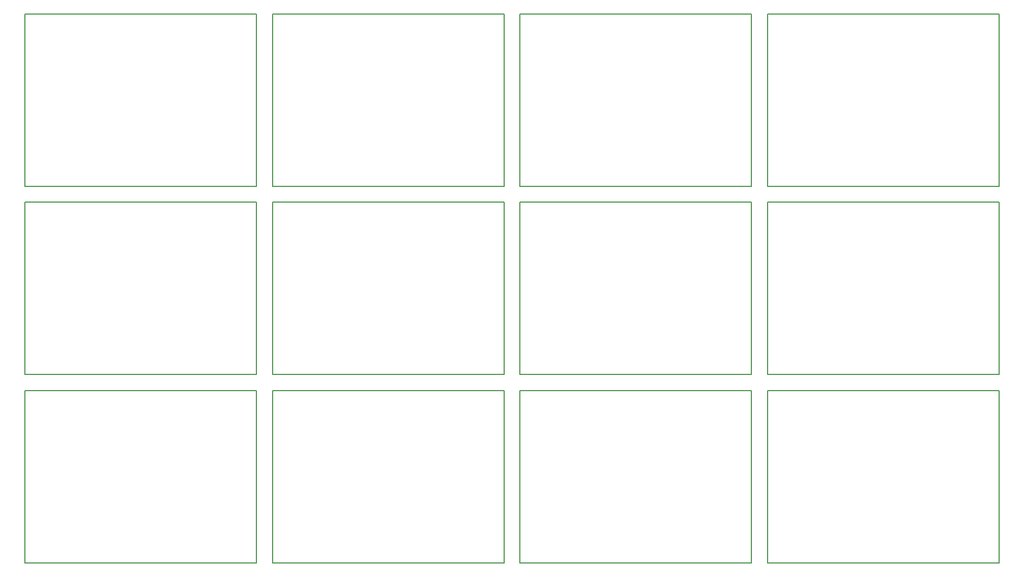
<source format=gbr>
G04 #@! TF.FileFunction,Paste,Bot*
%FSLAX46Y46*%
G04 Gerber Fmt 4.6, Leading zero omitted, Abs format (unit mm)*
G04 Created by KiCad (PCBNEW 4.0.6-e0-6349~53~ubuntu16.04.1) date Thu Mar 16 16:11:01 2017*
%MOMM*%
%LPD*%
G01*
G04 APERTURE LIST*
%ADD10C,0.100000*%
%ADD11C,0.150000*%
G04 APERTURE END LIST*
D10*
D11*
X167500800Y-101002920D02*
X131250800Y-101002920D01*
X167500800Y-71502920D02*
X131250800Y-71502920D01*
X167500800Y-42002920D02*
X131250800Y-42002920D01*
X128750800Y-101002920D02*
X92500800Y-101002920D01*
X128750800Y-71502920D02*
X92500800Y-71502920D01*
X128750800Y-42002920D02*
X92500800Y-42002920D01*
X90000800Y-101002920D02*
X53750800Y-101002920D01*
X90000800Y-71502920D02*
X53750800Y-71502920D01*
X90000800Y-42002920D02*
X53750800Y-42002920D01*
X51250800Y-101002920D02*
X15000800Y-101002920D01*
X51250800Y-71502920D02*
X15000800Y-71502920D01*
X167500800Y-74002920D02*
X167500800Y-101002920D01*
X167500800Y-44502920D02*
X167500800Y-71502920D01*
X167500800Y-15002920D02*
X167500800Y-42002920D01*
X128750800Y-74002920D02*
X128750800Y-101002920D01*
X128750800Y-44502920D02*
X128750800Y-71502920D01*
X128750800Y-15002920D02*
X128750800Y-42002920D01*
X90000800Y-74002920D02*
X90000800Y-101002920D01*
X90000800Y-44502920D02*
X90000800Y-71502920D01*
X90000800Y-15002920D02*
X90000800Y-42002920D01*
X51250800Y-74002920D02*
X51250800Y-101002920D01*
X51250800Y-44502920D02*
X51250800Y-71502920D01*
X131250800Y-101002920D02*
X131250800Y-74002920D01*
X131250800Y-71502920D02*
X131250800Y-44502920D01*
X131250800Y-42002920D02*
X131250800Y-15002920D01*
X92500800Y-101002920D02*
X92500800Y-74002920D01*
X92500800Y-71502920D02*
X92500800Y-44502920D01*
X92500800Y-42002920D02*
X92500800Y-15002920D01*
X53750800Y-101002920D02*
X53750800Y-74002920D01*
X53750800Y-71502920D02*
X53750800Y-44502920D01*
X53750800Y-42002920D02*
X53750800Y-15002920D01*
X15000800Y-101002920D02*
X15000800Y-74002920D01*
X15000800Y-71502920D02*
X15000800Y-44502920D01*
X167500800Y-74002920D02*
X131250800Y-74002920D01*
X167500800Y-44502920D02*
X131250800Y-44502920D01*
X167500800Y-15002920D02*
X131250800Y-15002920D01*
X128750800Y-74002920D02*
X92500800Y-74002920D01*
X128750800Y-44502920D02*
X92500800Y-44502920D01*
X128750800Y-15002920D02*
X92500800Y-15002920D01*
X90000800Y-74002920D02*
X53750800Y-74002920D01*
X90000800Y-44502920D02*
X53750800Y-44502920D01*
X90000800Y-15002920D02*
X53750800Y-15002920D01*
X51250800Y-74002920D02*
X15000800Y-74002920D01*
X51250800Y-44502920D02*
X15000800Y-44502920D01*
X51250800Y-15002920D02*
X15000800Y-15002920D01*
X51250800Y-42002920D02*
X15000800Y-42002920D01*
X51250800Y-15002920D02*
X51250800Y-42002920D01*
X15000800Y-42002920D02*
X15000800Y-15002920D01*
M02*

</source>
